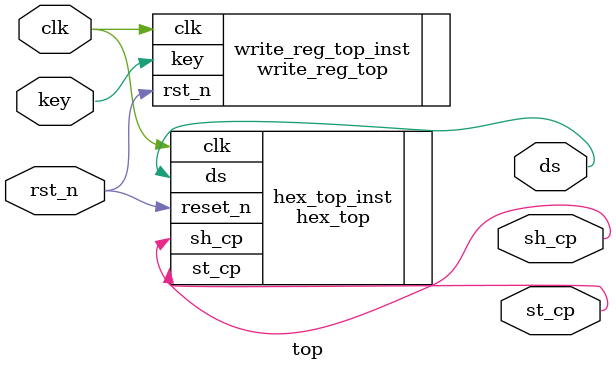
<source format=v>
`timescale 1ps/1ps

module top(
    clk,
    rst_n,
    key,
    sh_cp,
    st_cp,
    ds
);
    input clk;
    input rst_n;
    input key;
    output wire sh_cp;
	output wire st_cp;
	output wire ds;

    write_reg_top write_reg_top_inst(
        .clk(clk),
        .rst_n(rst_n),
        .key(key)
    );

    hex_top hex_top_inst(
        .clk(clk),
        .reset_n(rst_n),
        .sh_cp(sh_cp),
        .st_cp(st_cp),
        .ds(ds)
    );

endmodule
</source>
